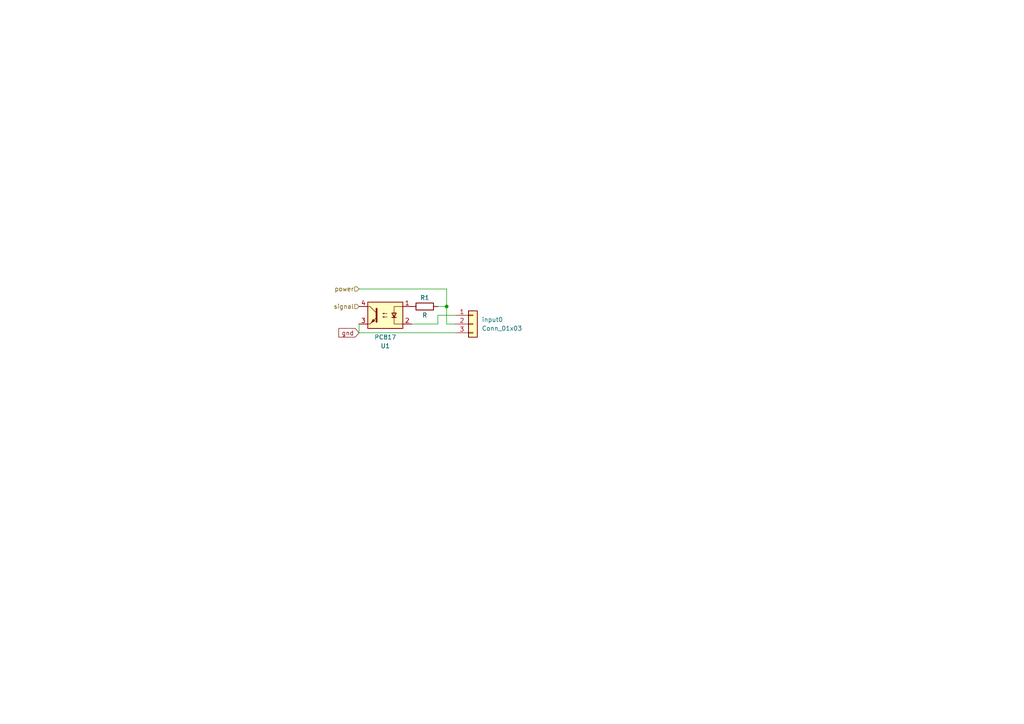
<source format=kicad_sch>
(kicad_sch (version 20230121) (generator eeschema)
  (paper "A4")
  (lib_symbols
    (symbol "Connector_Generic:Conn_01x03" (pin_names (offset 1.016) hide)
      (property "Reference" "J" (at 0 5.08 0))
      (property "Value" "Conn_01x03" (at 0 -5.08 0))
      (symbol "Conn_01x03_1_1"
        (rectangle (start -1.27 -2.413) (end 0 -2.667) (stroke (width 0.1524)))
        (rectangle (start -1.27 0.127) (end 0 -0.127) (stroke (width 0.1524)))
        (rectangle (start -1.27 2.667) (end 0 2.413) (stroke (width 0.1524)))
        (rectangle (start -1.27 3.81) (end 1.27 -3.81) (stroke (width 0.254)) (fill (type background)))
        (pin passive line (at -5.08 2.54 0) (length 3.81) (name "Pin_1") (number "1"))
        (pin passive line (at -5.08 0 0) (length 3.81) (name "Pin_2") (number "2"))
        (pin passive line (at -5.08 -2.54 0) (length 3.81) (name "Pin_3") (number "3"))
      )
    )
    (symbol "Device:R" (pin_numbers hide) (pin_names (offset 0))
      (property "Reference" "R" (at 2.032 0 90))
      (property "Value" "R" (at 0 0 90))
      (symbol "R_0_1"
        (rectangle (start -1.016 -2.54) (end 1.016 2.54) (stroke (width 0.254)))
      )
      (symbol "R_1_1"
        (pin passive line (at 0 3.81 270) (length 1.27) (name "~") (number "1"))
        (pin passive line (at 0 -3.81 90) (length 1.27) (name "~") (number "2"))
      )
    )
    (symbol "Isolator:PC817" (pin_names (offset 1.016))
      (property "Reference" "U" (at -5.08 5.08 0))
      (property "Value" "PC817" (at 0 5.08 0))
      (symbol "PC817_0_1"
        (rectangle (start -5.08 3.81) (end 5.08 -3.81) (stroke (width 0.254)) (fill (type background)))
        (polyline (pts (xy -3.175 -0.635) (xy -1.905 -0.635)) (stroke (width 0.254)))
        (polyline (pts (xy 2.54 0.635) (xy 4.445 2.54)))
        (polyline (pts (xy 4.445 -2.54) (xy 2.54 -0.635)) (fill (type outline)))
        (polyline (pts (xy 4.445 -2.54) (xy 5.08 -2.54)))
        (polyline (pts (xy 4.445 2.54) (xy 5.08 2.54)))
        (polyline (pts (xy -5.08 2.54) (xy -2.54 2.54) (xy -2.54 -0.635)))
        (polyline (pts (xy -2.54 -0.635) (xy -2.54 -2.54) (xy -5.08 -2.54)))
        (polyline (pts (xy 2.54 1.905) (xy 2.54 -1.905) (xy 2.54 -1.905)) (stroke (width 0.508)))
        (polyline (pts (xy -2.54 -0.635) (xy -3.175 0.635) (xy -1.905 0.635) (xy -2.54 -0.635)) (stroke (width 0.254)))
        (polyline (pts (xy -0.508 -0.508) (xy 0.762 -0.508) (xy 0.381 -0.635) (xy 0.381 -0.381) (xy 0.762 -0.508)))
        (polyline (pts (xy -0.508 0.508) (xy 0.762 0.508) (xy 0.381 0.381) (xy 0.381 0.635) (xy 0.762 0.508)))
        (polyline (pts (xy 3.048 -1.651) (xy 3.556 -1.143) (xy 4.064 -2.159) (xy 3.048 -1.651) (xy 3.048 -1.651)) (fill (type outline)))
      )
      (symbol "PC817_1_1"
        (pin passive line (at -7.62 2.54 0) (length 2.54) (name "~") (number "1"))
        (pin passive line (at -7.62 -2.54 0) (length 2.54) (name "~") (number "2"))
        (pin passive line (at 7.62 -2.54 180) (length 2.54) (name "~") (number "3"))
        (pin passive line (at 7.62 2.54 180) (length 2.54) (name "~") (number "4"))
      )
    )
  )
  (junction (at 129.54 88.9))
  (wire (pts (xy 127 93.98) (xy 127 91.44)))
  (wire (pts (xy 129.54 88.9) (xy 129.54 83.82)))
  (wire (pts (xy 104.14 96.52) (xy 132.08 96.52)))
  (wire (pts (xy 104.14 93.98) (xy 104.14 96.52)))
  (wire (pts (xy 127 91.44) (xy 132.08 91.44)))
  (wire (pts (xy 104.14 83.82) (xy 129.54 83.82)))
  (wire (pts (xy 132.08 93.98) (xy 129.54 93.98)))
  (wire (pts (xy 127 88.9) (xy 129.54 88.9)))
  (wire (pts (xy 129.54 88.9) (xy 129.54 93.98)))
  (wire (pts (xy 119.38 93.98) (xy 127 93.98)))
  (global_label "gnd" (shape input) (at 104.14 96.52 180) (property "Intersheetrefs" "${INTERSHEET_REFS}" (effects hide)))
  (hierarchical_label "signal" (shape input) (at 104.14 88.9 180))
  (hierarchical_label "power" (shape input) (at 104.14 83.82 180))
  (symbol (lib_id "Connector_Generic:Conn_01x03") (at 137.16 93.98 0) (unit 1)
    (property "Reference" "input0" (at 139.7 92.71 0) (effects (justify left)))
    (property "Value" "Conn_01x03" (at 139.7 95.25 0) (effects (justify left)))
    (property "Footprint" "Connector_JST:JST_XH_B3B-XH-A_1x03_P2.50mm_Vertical" (effects hide))
    (instances (project "riowerks" (path "" (reference "input0") (unit 1)) (path "" (reference "input1") (unit 1)) (path "" (reference "input2") (unit 1)) (path "" (reference "input3") (unit 1)) (path "" (reference "input4") (unit 1)) (path "" (reference "input5") (unit 1)) (path "" (reference "input6") (unit 1)) (path "" (reference "input7") (unit 1))) (project "rio-icebreaker3x" (path "" (reference "input1") (unit 1)) (path "" (reference "input2") (unit 1)) (path "" (reference "input3") (unit 1)) (path "" (reference "input4") (unit 1)) (path "" (reference "input5") (unit 1))))
  )
  (symbol (lib_id "Device:R") (at 123.19 88.9 90) (unit 1)
    (property "Reference" "R1" (at 123.19 86.36 90))
    (property "Value" "R" (at 123.19 91.44 90))
    (property "Footprint" "Resistor_SMD:R_1206_3216Metric" (effects hide))
    (instances (project "riowerks" (path "" (reference "R1") (unit 1)) (path "" (reference "R2") (unit 1)) (path "" (reference "R3") (unit 1)) (path "" (reference "R4") (unit 1)) (path "" (reference "R5") (unit 1)) (path "" (reference "R6") (unit 1)) (path "" (reference "R7") (unit 1)) (path "" (reference "R8") (unit 1))) (project "rio-icebreaker3x" (path "" (reference "R10") (unit 1)) (path "" (reference "R11") (unit 1)) (path "" (reference "R12") (unit 1)) (path "" (reference "R13") (unit 1)) (path "" (reference "R14") (unit 1))))
  )
  (symbol (lib_id "Isolator:PC817") (at 111.76 91.44 0) (mirror y) (unit 1)
    (property "Reference" "U1" (at 111.76 100.33 0))
    (property "Value" "PC817" (at 111.76 97.79 0))
    (property "Footprint" "Package_DIP:DIP-4_W7.62mm" (effects hide))
    (property "Datasheet" "http://www.soselectronic.cz/a_info/resource/d/pc817.pdf" (effects hide))
    (instances (project "riowerks" (path "" (reference "U1") (unit 1)) (path "" (reference "U2") (unit 1)) (path "" (reference "U3") (unit 1)) (path "" (reference "U4") (unit 1)) (path "" (reference "U5") (unit 1)) (path "" (reference "U6") (unit 1)) (path "" (reference "U7") (unit 1)) (path "" (reference "U8") (unit 1))) (project "rio-icebreaker3x" (path "" (reference "U2") (unit 1)) (path "" (reference "U3") (unit 1)) (path "" (reference "U4") (unit 1)) (path "" (reference "U5") (unit 1)) (path "" (reference "U6") (unit 1))))
  )
)
</source>
